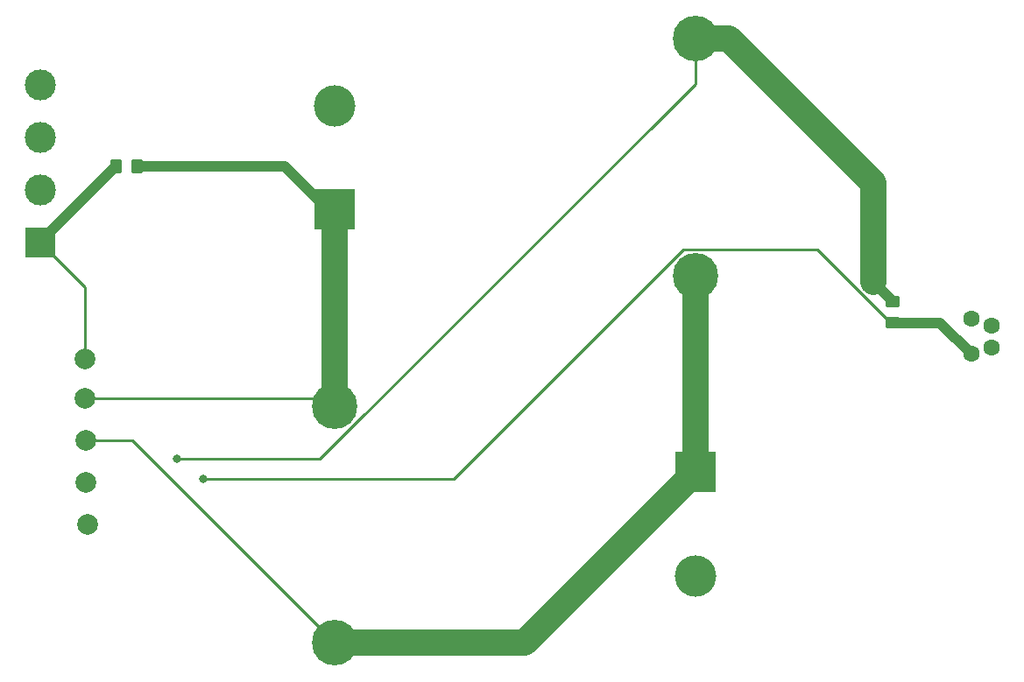
<source format=gbr>
%TF.GenerationSoftware,KiCad,Pcbnew,(5.1.6-0-10_14)*%
%TF.CreationDate,2021-05-07T14:06:44-07:00*%
%TF.ProjectId,LEDDriverFilter,4c454444-7269-4766-9572-46696c746572,rev?*%
%TF.SameCoordinates,Original*%
%TF.FileFunction,Copper,L1,Top*%
%TF.FilePolarity,Positive*%
%FSLAX46Y46*%
G04 Gerber Fmt 4.6, Leading zero omitted, Abs format (unit mm)*
G04 Created by KiCad (PCBNEW (5.1.6-0-10_14)) date 2021-05-07 14:06:44*
%MOMM*%
%LPD*%
G01*
G04 APERTURE LIST*
%TA.AperFunction,ComponentPad*%
%ADD10C,4.000000*%
%TD*%
%TA.AperFunction,ComponentPad*%
%ADD11R,4.000000X4.000000*%
%TD*%
%TA.AperFunction,ComponentPad*%
%ADD12C,1.600000*%
%TD*%
%TA.AperFunction,ComponentPad*%
%ADD13C,2.000000*%
%TD*%
%TA.AperFunction,ComponentPad*%
%ADD14C,4.400000*%
%TD*%
%TA.AperFunction,ComponentPad*%
%ADD15C,3.000000*%
%TD*%
%TA.AperFunction,ComponentPad*%
%ADD16R,3.000000X3.000000*%
%TD*%
%TA.AperFunction,ViaPad*%
%ADD17C,0.800000*%
%TD*%
%TA.AperFunction,Conductor*%
%ADD18C,1.000000*%
%TD*%
%TA.AperFunction,Conductor*%
%ADD19C,2.500000*%
%TD*%
%TA.AperFunction,Conductor*%
%ADD20C,0.250000*%
%TD*%
G04 APERTURE END LIST*
D10*
%TO.P,C1,2*%
%TO.N,GND*%
X113665000Y-89060000D03*
D11*
%TO.P,C1,1*%
%TO.N,/Vi1*%
X113665000Y-99060000D03*
%TD*%
%TO.P,R2,2*%
%TO.N,/Vout*%
%TA.AperFunction,SMDPad,CuDef*%
G36*
G01*
X167189999Y-109425000D02*
X168090001Y-109425000D01*
G75*
G02*
X168340000Y-109674999I0J-249999D01*
G01*
X168340000Y-110325001D01*
G75*
G02*
X168090001Y-110575000I-249999J0D01*
G01*
X167189999Y-110575000D01*
G75*
G02*
X166940000Y-110325001I0J249999D01*
G01*
X166940000Y-109674999D01*
G75*
G02*
X167189999Y-109425000I249999J0D01*
G01*
G37*
%TD.AperFunction*%
%TO.P,R2,1*%
%TO.N,/Vi3*%
%TA.AperFunction,SMDPad,CuDef*%
G36*
G01*
X167189999Y-107375000D02*
X168090001Y-107375000D01*
G75*
G02*
X168340000Y-107624999I0J-249999D01*
G01*
X168340000Y-108275001D01*
G75*
G02*
X168090001Y-108525000I-249999J0D01*
G01*
X167189999Y-108525000D01*
G75*
G02*
X166940000Y-108275001I0J249999D01*
G01*
X166940000Y-107624999D01*
G75*
G02*
X167189999Y-107375000I249999J0D01*
G01*
G37*
%TD.AperFunction*%
%TD*%
D12*
%TO.P,U1,1*%
%TO.N,/Vout*%
X175215000Y-113020000D03*
%TO.P,U1,3*%
%TO.N,GND*%
X177165000Y-110245000D03*
%TO.P,U1,2*%
X177165000Y-112395000D03*
%TO.P,U1,4*%
X175215000Y-109620000D03*
%TD*%
D13*
%TO.P,TP1,1*%
%TO.N,/Vin*%
X89535000Y-113538000D03*
%TD*%
%TO.P,TP3,1*%
%TO.N,/Vi2*%
X89662000Y-121412000D03*
%TD*%
%TO.P,TP2,1*%
%TO.N,/Vi1*%
X89535000Y-117348000D03*
%TD*%
%TO.P,TP4,1*%
%TO.N,/Vi3*%
X89662000Y-125476000D03*
%TD*%
%TO.P,TP5,1*%
%TO.N,/Vout*%
X89789000Y-129540000D03*
%TD*%
D14*
%TO.P,L2,2*%
%TO.N,/Vi2*%
X148590000Y-105450000D03*
%TO.P,L2,1*%
%TO.N,/Vi3*%
X148590000Y-82550000D03*
%TD*%
%TO.P,L1,2*%
%TO.N,/Vi1*%
X113665000Y-118070000D03*
%TO.P,L1,1*%
%TO.N,/Vi2*%
X113665000Y-140970000D03*
%TD*%
%TO.P,R1,2*%
%TO.N,/Vi1*%
%TA.AperFunction,SMDPad,CuDef*%
G36*
G01*
X94040000Y-95319001D02*
X94040000Y-94418999D01*
G75*
G02*
X94289999Y-94169000I249999J0D01*
G01*
X94940001Y-94169000D01*
G75*
G02*
X95190000Y-94418999I0J-249999D01*
G01*
X95190000Y-95319001D01*
G75*
G02*
X94940001Y-95569000I-249999J0D01*
G01*
X94289999Y-95569000D01*
G75*
G02*
X94040000Y-95319001I0J249999D01*
G01*
G37*
%TD.AperFunction*%
%TO.P,R1,1*%
%TO.N,/Vin*%
%TA.AperFunction,SMDPad,CuDef*%
G36*
G01*
X91990000Y-95319001D02*
X91990000Y-94418999D01*
G75*
G02*
X92239999Y-94169000I249999J0D01*
G01*
X92890001Y-94169000D01*
G75*
G02*
X93140000Y-94418999I0J-249999D01*
G01*
X93140000Y-95319001D01*
G75*
G02*
X92890001Y-95569000I-249999J0D01*
G01*
X92239999Y-95569000D01*
G75*
G02*
X91990000Y-95319001I0J249999D01*
G01*
G37*
%TD.AperFunction*%
%TD*%
D15*
%TO.P,J1,4*%
%TO.N,GND*%
X85217000Y-86995000D03*
D16*
%TO.P,J1,1*%
%TO.N,/Vin*%
X85217000Y-102235000D03*
D15*
%TO.P,J1,3*%
%TO.N,GND*%
X85217000Y-92075000D03*
%TO.P,J1,2*%
X85217000Y-97155000D03*
%TD*%
D10*
%TO.P,C2,2*%
%TO.N,GND*%
X148590000Y-134460000D03*
D11*
%TO.P,C2,1*%
%TO.N,/Vi2*%
X148590000Y-124460000D03*
%TD*%
D17*
%TO.N,/Vi3*%
X98425000Y-123190000D03*
%TO.N,/Vout*%
X100965000Y-125095000D03*
%TD*%
D18*
%TO.N,/Vi1*%
X108839000Y-94869000D02*
X113665000Y-99695000D01*
X94615000Y-94869000D02*
X108839000Y-94869000D01*
D19*
X113665000Y-99695000D02*
X113665000Y-118070000D01*
D20*
X112943000Y-117348000D02*
X113665000Y-118070000D01*
X89535000Y-117348000D02*
X112943000Y-117348000D01*
D19*
%TO.N,/Vi2*%
X132080000Y-140970000D02*
X148590000Y-124460000D01*
X113665000Y-140970000D02*
X132080000Y-140970000D01*
X148590000Y-124460000D02*
X148590000Y-105450000D01*
D20*
X94107000Y-121412000D02*
X113665000Y-140970000D01*
X89662000Y-121412000D02*
X94107000Y-121412000D01*
D18*
%TO.N,/Vin*%
X85199000Y-102235000D02*
X92565000Y-94869000D01*
X85217000Y-102235000D02*
X85199000Y-102235000D01*
D20*
X89535000Y-106553000D02*
X85217000Y-102235000D01*
X89535000Y-113538000D02*
X89535000Y-106553000D01*
D18*
%TO.N,/Vi3*%
X167640000Y-107950000D02*
X165735000Y-106045000D01*
D19*
X165735000Y-106045000D02*
X165735000Y-96520000D01*
X151765000Y-82550000D02*
X148590000Y-82550000D01*
X165735000Y-96520000D02*
X151765000Y-82550000D01*
D20*
X89662000Y-125476000D02*
X89916000Y-125476000D01*
X148590000Y-86882002D02*
X148590000Y-82550000D01*
X112282002Y-123190000D02*
X148590000Y-86882002D01*
X98425000Y-123190000D02*
X112282002Y-123190000D01*
D18*
%TO.N,/Vout*%
X172195000Y-110000000D02*
X175215000Y-113020000D01*
X167640000Y-110000000D02*
X172195000Y-110000000D01*
D20*
X167462600Y-110000000D02*
X167640000Y-110000000D01*
X160387599Y-102924999D02*
X167462600Y-110000000D01*
X147377999Y-102924999D02*
X160387599Y-102924999D01*
X125207998Y-125095000D02*
X147377999Y-102924999D01*
X100965000Y-125095000D02*
X125207998Y-125095000D01*
%TD*%
M02*

</source>
